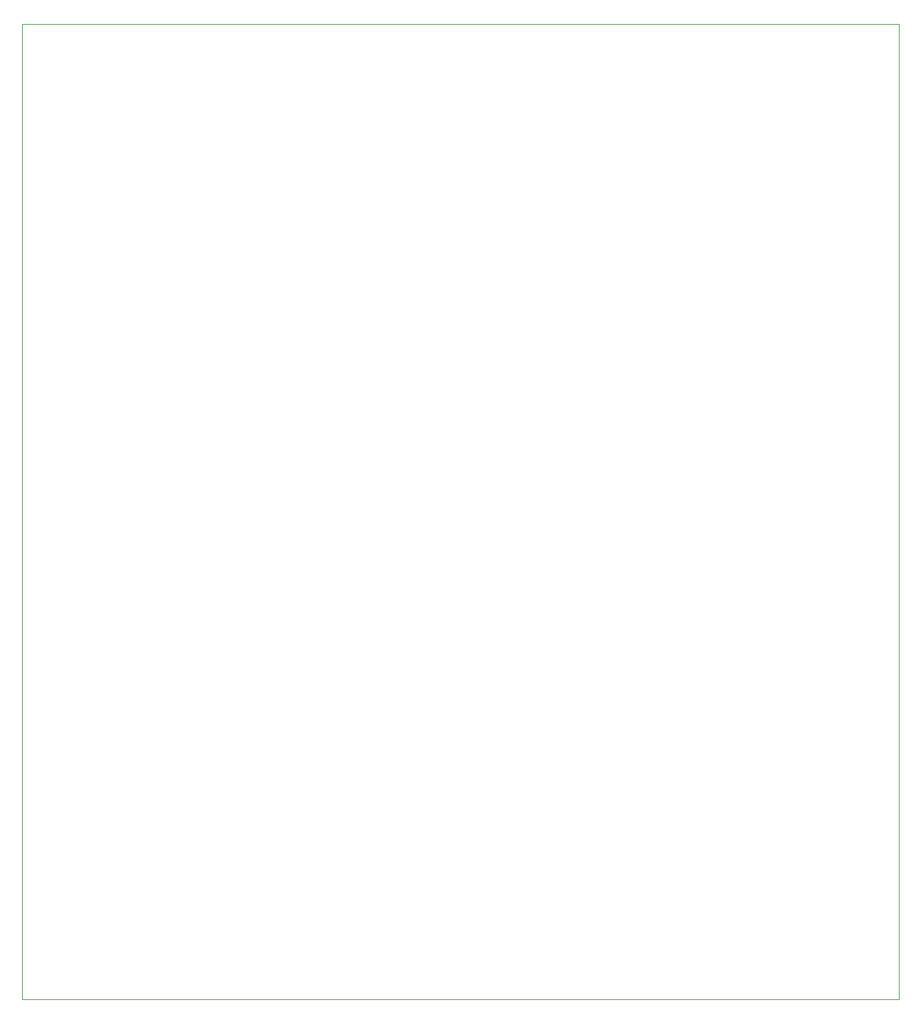
<source format=gbr>
%TF.GenerationSoftware,Altium Limited,Altium Designer,24.4.1 (13)*%
G04 Layer_Color=0*
%FSLAX45Y45*%
%MOMM*%
%TF.SameCoordinates,8A7C2A8E-E69E-4B29-94BC-9739BFB7EBFE*%
%TF.FilePolarity,Positive*%
%TF.FileFunction,Profile,NP*%
%TF.Part,Single*%
G01*
G75*
%TA.AperFunction,Profile*%
%ADD27C,0.02540*%
D27*
X17525999Y762000D02*
X6096000D01*
Y13462000D01*
X17525999D01*
Y762000D01*
%TF.MD5,4bb3bfee56de12f4c27941bbb9608fbb*%
M02*

</source>
